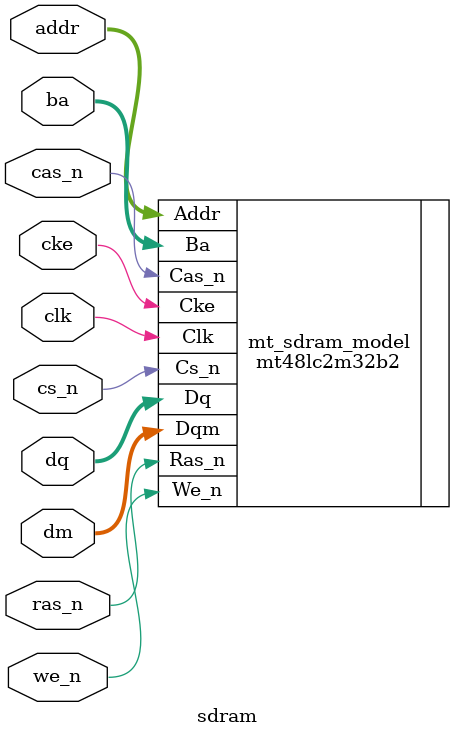
<source format=v>
module sdram(clk, ras_n, cas_n, we_n, addr, ba, dq, cs_n, dm, cke);
input clk;
input ras_n;
input cas_n;
input we_n;
input [10:0]addr;
input [1:0]ba;
inout [31:0]dq;
input cs_n;
input [3:0]dm;
input cke;

mt48lc2m32b2 mt_sdram_model(
	.Dq(dq),
	.Addr(addr),
	.Ba(ba),
	.Clk(clk),
	.Cke(cke),
	.Cs_n(cs_n),
	.Ras_n(ras_n),
	.Cas_n(cas_n),
	.We_n(we_n),
	.Dqm(dm)
);
endmodule

</source>
